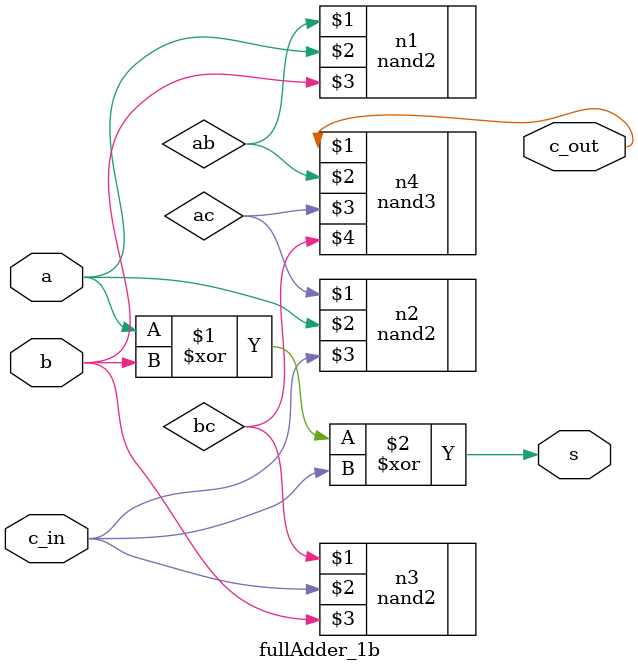
<source format=v>
/*
    CS/ECE 552 FALL '22
    Homework #2, Problem 1
    
    a 1-bit full adder
*/
module fullAdder_1b(s, c_out, a, b, c_in);
    output s;
    output c_out;
    input  a, b;
    input  c_in;
    wire ab, ac, bc;
    

    // YOUR CODE HERE
    // xor3 x3(s,a,b,c_in);
    assign s = a ^ b ^ c_in;
    nand2 n1(ab,a, b);
    nand2 n2(ac, a, c_in);
    nand2 n3(bc,c_in, b);
    nand3 n4(c_out, ab, ac, bc);

endmodule

</source>
